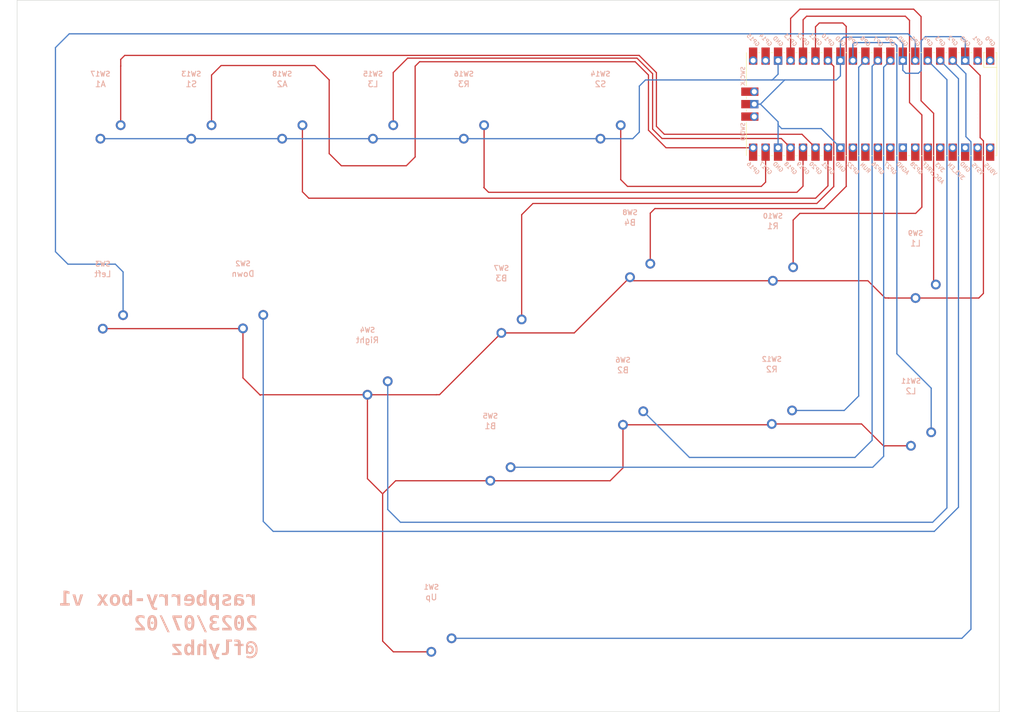
<source format=kicad_pcb>
(kicad_pcb (version 20221018) (generator pcbnew)
  (layers (0 "F.Cu" signal) (31 "B.Cu" signal) (34 "B.Paste" user) (35 "F.Paste" user) (36 "B.SilkS" user "B.Silkscreen") (37 "F.SilkS" user "F.Silkscreen") (38 "B.Mask" user) (39 "F.Mask" user) (44 "Edge.Cuts" user))
  (net 0 "")
  (net 1 "GND")
  (net 2 "Net-(U1-GPIO2)")
  (net 3 "Net-(U1-GPIO3)")
  (net 4 "Net-(U1-GPIO5)")
  (net 5 "Net-(U1-GPIO4)")
  (net 6 "Net-(U1-GPIO6)")
  (net 7 "Net-(U1-GPIO7)")
  (net 8 "Net-(U1-GPIO10)")
  (net 9 "Net-(U1-GPIO11)")
  (net 10 "Net-(U1-GPIO13)")
  (net 11 "Net-(U1-GPIO12)")
  (net 12 "Net-(U1-GPIO9)")
  (net 13 "Net-(U1-GPIO8)")
  (net 14 "Net-(U1-GPIO16)")
  (net 15 "Net-(U1-GPIO17)")
  (net 16 "Net-(U1-GPIO18)")
  (net 17 "Net-(U1-GPIO19)")
  (net 18 "Net-(U1-GPIO20)")
  (net 19 "Net-(U1-GPIO21)")
  (footprint "Keebio-Parts:Cherry-MX-Low-Profile" (layer "F.Cu") (at 68.92 86.446954)
    (fp_text reference "SW3" (at 0 -7.14375 180) (layer "B.SilkS") (effects (font (thickness 0.2)) (justify mirror)))
    (fp_text value "Left" (at 0 -5.08 180) (layer "B.SilkS") (effects (font (size 1.2 1.2) (thickness 0.2032)) (justify mirror)))
    (pad "" np_thru_hole circle (at 0 0 180) (size 6.25 6.25) (drill 6.25) (layers "*.Cu" "*.Mask"))
    (pad "" np_thru_hole circle (at 0 3.7 180) (size 2.3 2.3) (drill 2.3) (layers "*.Cu" "*.Mask"))
    (pad "1" thru_hole circle (at 0 6.05 180) (size 2 2) (drill 1.2) (layers "*.Cu" "*.Mask") (net 1 "GND"))
    (pad "2" thru_hole circle (at 4.13 3.3 41.9) (size 2 2) (drill 1.2) (layers "*.Cu" "*.Mask") (net 4 "Net-(U1-GPIO5)"))
  )
  (footprint "MountingHole:MountingHole_2.2mm_M2" (layer "F.Cu") (at 245.47 166.08)
    (fp_text reference "REF**" hide)
    (fp_text value "MountingHole_2.2mm_M2")
    (pad "" np_thru_hole circle (at 0 0) (size 2.2 2.2) (drill 2.2) (layers "*.Cu" "*.Mask"))
  )
  (footprint "Keebio-Parts:Cherry-MX-Low-Profile" (layer "F.Cu") (at 147.83 117.436954)
    (fp_text reference "SW5" (at 0 -7.14375 180) (layer "B.SilkS") (effects (font (thickness 0.2)) (justify mirror)))
    (fp_text value "B1" (at 0 -5.08 180) (layer "B.SilkS") (effects (font (size 1.2 1.2) (thickness 0.2032)) (justify mirror)))
    (pad "" np_thru_hole circle (at 0 0 180) (size 6.25 6.25) (drill 6.25) (layers "*.Cu" "*.Mask"))
    (pad "" np_thru_hole circle (at 0 3.7 180) (size 2.3 2.3) (drill 2.3) (layers "*.Cu" "*.Mask"))
    (pad "1" thru_hole circle (at 0 6.05 180) (size 2 2) (drill 1.2) (layers "*.Cu" "*.Mask") (net 1 "GND"))
    (pad "2" thru_hole circle (at 4.13 3.3 41.9) (size 2 2) (drill 1.2) (layers "*.Cu" "*.Mask") (net 6 "Net-(U1-GPIO6)"))
  )
  (footprint "MountingHole:MountingHole_2.2mm_M2" (layer "F.Cu") (at 57.47 29.08)
    (fp_text reference "REF**" hide)
    (fp_text value "MountingHole_2.2mm_M2")
    (pad "" np_thru_hole circle (at 0 0) (size 2.2 2.2) (drill 2.2) (layers "*.Cu" "*.Mask"))
  )
  (footprint "Keebio-Parts:Cherry-MX-Low-Profile" (layer "F.Cu") (at 205.36 76.686954)
    (fp_text reference "SW10" (at 0 -7.14375 180) (layer "B.SilkS") (effects (font (thickness 0.2)) (justify mirror)))
    (fp_text value "R1" (at 0 -5.08 180) (layer "B.SilkS") (effects (font (size 1.2 1.2) (thickness 0.2032)) (justify mirror)))
    (pad "" np_thru_hole circle (at 0 0 180) (size 6.25 6.25) (drill 6.25) (layers "*.Cu" "*.Mask"))
    (pad "" np_thru_hole circle (at 0 3.7 180) (size 2.3 2.3) (drill 2.3) (layers "*.Cu" "*.Mask"))
    (pad "1" thru_hole circle (at 0 6.05 180) (size 2 2) (drill 1.2) (layers "*.Cu" "*.Mask") (net 1 "GND"))
    (pad "2" thru_hole circle (at 4.13 3.3 41.9) (size 2 2) (drill 1.2) (layers "*.Cu" "*.Mask") (net 11 "Net-(U1-GPIO12)"))
  )
  (footprint "Keebio-Parts:Cherry-MX-Low-Profile" (layer "F.Cu") (at 135.81 152.296954)
    (fp_text reference "SW1" (at 0 -7.14375 180) (layer "B.SilkS") (effects (font (thickness 0.2)) (justify mirror)))
    (fp_text value "Up" (at 0 -5.08 180) (layer "B.SilkS") (effects (font (size 1.2 1.2) (thickness 0.2032)) (justify mirror)))
    (pad "" np_thru_hole circle (at 0 0 180) (size 6.25 6.25) (drill 6.25) (layers "*.Cu" "*.Mask"))
    (pad "" np_thru_hole circle (at 0 3.7 180) (size 2.3 2.3) (drill 2.3) (layers "*.Cu" "*.Mask"))
    (pad "1" thru_hole circle (at 0 6.05 180) (size 2 2) (drill 1.2) (layers "*.Cu" "*.Mask") (net 1 "GND"))
    (pad "2" thru_hole circle (at 4.13 3.3 41.9) (size 2 2) (drill 1.2) (layers "*.Cu" "*.Mask") (net 2 "Net-(U1-GPIO2)"))
  )
  (footprint "Keebio-Parts:Cherry-MX-Low-Profile" (layer "F.Cu") (at 86.93 47.74)
    (fp_text reference "SW13" (at 0 -7.14375 180) (layer "B.SilkS") (effects (font (thickness 0.2)) (justify mirror)))
    (fp_text value "S1" (at 0 -5.08 180) (layer "B.SilkS") (effects (font (size 1.2 1.2) (thickness 0.2032)) (justify mirror)))
    (pad "" np_thru_hole circle (at 0 0 180) (size 6.25 6.25) (drill 6.25) (layers "*.Cu" "*.Mask"))
    (pad "" np_thru_hole circle (at 0 3.7 180) (size 2.3 2.3) (drill 2.3) (layers "*.Cu" "*.Mask"))
    (pad "1" thru_hole circle (at 0 6.05 180) (size 2 2) (drill 1.2) (layers "*.Cu" "*.Mask") (net 1 "GND"))
    (pad "2" thru_hole circle (at 4.13 3.3 41.9) (size 2 2) (drill 1.2) (layers "*.Cu" "*.Mask") (net 14 "Net-(U1-GPIO16)"))
  )
  (footprint "Keebio-Parts:Cherry-MX-Low-Profile" (layer "F.Cu") (at 174.84 106.036954)
    (fp_text reference "SW6" (at 0 -7.14375 180) (layer "B.SilkS") (effects (font (thickness 0.2)) (justify mirror)))
    (fp_text value "B2" (at 0 -5.08 180) (layer "B.SilkS") (effects (font (size 1.2 1.2) (thickness 0.2032)) (justify mirror)))
    (pad "" np_thru_hole circle (at 0 0 180) (size 6.25 6.25) (drill 6.25) (layers "*.Cu" "*.Mask"))
    (pad "" np_thru_hole circle (at 0 3.7 180) (size 2.3 2.3) (drill 2.3) (layers "*.Cu" "*.Mask"))
    (pad "1" thru_hole circle (at 0 6.05 180) (size 2 2) (drill 1.2) (layers "*.Cu" "*.Mask") (net 1 "GND"))
    (pad "2" thru_hole circle (at 4.13 3.3 41.9) (size 2 2) (drill 1.2) (layers "*.Cu" "*.Mask") (net 7 "Net-(U1-GPIO7)"))
  )
  (footprint "MCU_RaspberryPi_and_Boards:RPi_Pico_SMD_TH" (layer "F.Cu") (at 225.47 46.75 -90)
    (fp_text reference "U1")
    (fp_text value "Pico")
    (fp_text user "GP20" (at 13.054 11.43 135) (layer "B.SilkS") (effects (font (size 0.8 0.8)) (justify mirror)))
    (fp_text user "GP3" (at -12.8 -13.97 135) (layer "B.SilkS") (effects (font (size 0.8 0.8)) (justify mirror)))
    (fp_text user "GP21" (at 13.054 8.9 135) (layer "B.SilkS") (effects (font (size 0.8 0.8)) (justify mirror)))
    (fp_text user "GP2" (at -12.9 -16.51 135) (layer "B.SilkS") (effects (font (size 0.8 0.8)) (justify mirror)))
    (fp_text user "GP5" (at -12.8 -8.89 135) (layer "B.SilkS") (effects (font (size 0.8 0.8)) (justify mirror)))
    (fp_text user "GP28" (at 13.054 -9.144 135) (layer "B.SilkS") (effects (font (size 0.8 0.8)) (justify mirror)))
    (fp_text user "GP27" (at 13.054 -3.8 135) (layer "B.SilkS") (effects (font (size 0.8 0.8)) (justify mirror)))
    (fp_text user "GP10" (at -13.054 8.89 135) (layer "B.SilkS") (effects (font (size 0.8 0.8)) (justify mirror)))
    (fp_text user "GP8" (at -12.8 1.27 135) (layer "B.SilkS") (effects (font (size 0.8 0.8)) (justify mirror)))
    (fp_text user "GP13" (at -13.054 16.51 135) (layer "B.SilkS") (effects (font (size 0.8 0.8)) (justify mirror)))
    (fp_text user "ADC_VREF" (at 14 -12.5 135) (layer "B.SilkS") (effects (font (size 0.8 0.8)) (justify mirror)))
    (fp_text user "GP17" (at 13.054 21.59 135) (layer "B.SilkS") (effects (font (size 0.8 0.8)) (justify mirror)))
    (fp_text user "GP0" (at -12.8 -24.13 135) (layer "B.SilkS") (effects (font (size 0.8 0.8)) (justify mirror)))
    (fp_text user "VSYS" (at 13.2 -21.59 135) (layer "B.SilkS") (effects (font (size 0.8 0.8)) (justify mirror)))
    (fp_text user "GP26" (at 13.054 -1.27 135) (layer "B.SilkS") (effects (font (size 0.8 0.8)) (justify mirror)))
    (fp_text user "GP15" (at -13.054 24.13 135) (layer "B.SilkS") (effects (font (size 0.8 0.8)) (justify mirror)))
    (fp_text user "GP6" (at -12.8 -3.81 135) (layer "B.SilkS") (effects (font (size 0.8 0.8)) (justify mirror)))
    (fp_text user "GND" (at 12.8 -19.05 135) (layer "B.SilkS") (effects (font (size 0.8 0.8)) (justify mirror)))
    (fp_text user "VBUS" (at 13.3 -24.2 135) (layer "B.SilkS") (effects (font (size 0.8 0.8)) (justify mirror)))
    (fp_text user "GND" (at -12.8 19.05 135) (layer "B.SilkS") (effects (font (size 0.8 0.8)) (justify mirror)))
    (fp_text user "GND" (at 12.8 19.05 135) (layer "B.SilkS") (effects (font (size 0.8 0.8)) (justify mirror)))
    (fp_text user "GND" (at -12.8 -19.05 135) (layer "B.SilkS") (effects (font (size 0.8 0.8)) (justify mirror)))
    (fp_text user "GP7" (at -12.7 -1.3 135) (layer "B.SilkS") (effects (font (size 0.8 0.8)) (justify mirror)))
    (fp_text user "GP12" (at -13.2 13.97 135) (layer "B.SilkS") (effects (font (size 0.8 0.8)) (justify mirror)))
    (fp_text user "GND" (at -12.8 -6.35 135) (layer "B.SilkS") (effects (font (size 0.8 0.8)) (justify mirror)))
    (fp_text user "GP19" (at 13.054 13.97 135) (layer "B.SilkS") (effects (font (size 0.8 0.8)) (justify mirror)))
    (fp_text user "GP22" (at 13.054 3.81 135) (layer "B.SilkS") (effects (font (size 0.8 0.8)) (justify mirror)))
    (fp_text user "GP14" (at -13.1 21.59 135) (layer "B.SilkS") (effects (font (size 0.8 0.8)) (justify mirror)))
    (fp_text user "GND" (at 12.8 6.35 135) (layer "B.SilkS") (effects (font (size 0.8 0.8)) (justify mirror)))
    (fp_text user "GP16" (at 13.054 24.13 135) (layer "B.SilkS") (effects (font (size 0.8 0.8)) (justify mirror)))
    (fp_text user "GP9" (at -12.8 3.81 135) (layer "B.SilkS") (effects (font (size 0.8 0.8)) (justify mirror)))
    (fp_text user "3V3_EN" (at 13.7 -17.2 135) (layer "B.SilkS") (effects (font (size 0.8 0.8)) (justify mirror)))
    (fp_text user "SWCLK" (at -5.7 26.2 90) (layer "B.SilkS") (effects (font (size 0.8 0.8)) (justify mirror)))
    (fp_text user "GP18" (at 13.054 16.51 135) (layer "B.SilkS") (effects (font (size 0.8 0.8)) (justify mirror)))
    (fp_text user "RUN" (at 13 1.27 135) (layer "B.SilkS") (effects (font (size 0.8 0.8)) (justify mirror)))
    (fp_text user "GP4" (at -12.8 -11.43 135) (layer "B.SilkS") (effects (font (size 0.8 0.8)) (justify mirror)))
    (fp_text user "3V3" (at 12.9 -13.9 135) (layer "B.SilkS") (effects (font (size 0.8 0.8)) (justify mirror)))
    (fp_text user "GP11" (at -13.2 11.43 135) (layer "B.SilkS") (effects (font (size 0.8 0.8)) (justify mirror)))
    (fp_text user "GND" (at -12.8 6.35 135) (layer "B.SilkS") (effects (font (size 0.8 0.8)) (justify mirror)))
    (fp_text user "AGND" (at 13.054 -6.35 135) (layer "B.SilkS") (effects (font (size 0.8 0.8)) (justify mirror)))
    (fp_text user "SWDIO" (at 5.6 26.2 90) (layer "B.SilkS") (effects (font (size 0.8 0.8)) (justify mirror)))
    (fp_text user "GP1" (at -12.9 -21.6 135) (layer "B.SilkS") (effects (font (size 0.8 0.8)) (justify mirror)))
    (pad "" np_thru_hole oval (at -2.725 -24 270) (size 1.8 1.8) (drill 1.8) (layers "*.Cu" "*.Mask"))
    (pad "" np_thru_hole oval (at -2.425 -20.97 270) (size 1.5 1.5) (drill 1.5) (layers "*.Cu" "*.Mask"))
    (pad "" np_thru_hole oval (at 2.425 -20.97 270) (size 1.5 1.5) (drill 1.5) (layers "*.Cu" "*.Mask"))
    (pad "" np_thru_hole oval (at 2.725 -24 270) (size 1.8 1.8) (drill 1.8) (layers "*.Cu" "*.Mask"))
    (pad "1" thru_hole oval (at -8.89 -24.13 270) (size 1.7 1.7) (drill 1.02) (layers "*.Cu" "*.Mask"))
    (pad "1" smd rect (at -8.89 -24.13 270) (size 3.5 1.7) (drill (offset -0.9 0)) (layers "F.Cu" "F.Mask"))
    (pad "2" thru_hole oval (at -8.89 -21.59 270) (size 1.7 1.7) (drill 1.02) (layers "*.Cu" "*.Mask"))
    (pad "2" smd rect (at -8.89 -21.59 270) (size 3.5 1.7) (drill (offset -0.9 0)) (layers "F.Cu" "F.Mask"))
    (pad "3" thru_hole rect (at -8.89 -19.05 270) (size 1.7 1.7) (drill 1.02) (layers "*.Cu" "*.Mask") (net 1 "GND"))
    (pad "3" smd rect (at -8.89 -19.05 270) (size 3.5 1.7) (drill (offset -0.9 0)) (layers "F.Cu" "F.Mask") (net 1 "GND"))
    (pad "4" thru_hole oval (at -8.89 -16.51 270) (size 1.7 1.7) (drill 1.02) (layers "*.Cu" "*.Mask") (net 2 "Net-(U1-GPIO2)"))
    (pad "4" smd rect (at -8.89 -16.51 270) (size 3.5 1.7) (drill (offset -0.9 0)) (layers "F.Cu" "F.Mask") (net 2 "Net-(U1-GPIO2)"))
    (pad "5" thru_hole oval (at -8.89 -13.97 270) (size 1.7 1.7) (drill 1.02) (layers "*.Cu" "*.Mask") (net 3 "Net-(U1-GPIO3)"))
    (pad "5" smd rect (at -8.89 -13.97 270) (size 3.5 1.7) (drill (offset -0.9 0)) (layers "F.Cu" "F.Mask") (net 3 "Net-(U1-GPIO3)"))
    (pad "6" thru_hole oval (at -8.89 -11.43 270) (size 1.7 1.7) (drill 1.02) (layers "*.Cu" "*.Mask") (net 5 "Net-(U1-GPIO4)"))
    (pad "6" smd rect (at -8.89 -11.43 270) (size 3.5 1.7) (drill (offset -0.9 0)) (layers "F.Cu" "F.Mask") (net 5 "Net-(U1-GPIO4)"))
    (pad "7" thru_hole oval (at -8.89 -8.89 270) (size 1.7 1.7) (drill 1.02) (layers "*.Cu" "*.Mask") (net 4 "Net-(U1-GPIO5)"))
    (pad "7" smd rect (at -8.89 -8.89 270) (size 3.5 1.7) (drill (offset -0.9 0)) (layers "F.Cu" "F.Mask") (net 4 "Net-(U1-GPIO5)"))
    (pad "8" thru_hole rect (at -8.89 -6.35 270) (size 1.7 1.7) (drill 1.02) (layers "*.Cu" "*.Mask") (net 1 "GND"))
    (pad "8" smd rect (at -8.89 -6.35 270) (size 3.5 1.7) (drill (offset -0.9 0)) (layers "F.Cu" "F.Mask") (net 1 "GND"))
    (pad "9" thru_hole oval (at -8.89 -3.81 270) (size 1.7 1.7) (drill 1.02) (layers "*.Cu" "*.Mask") (net 6 "Net-(U1-GPIO6)"))
    (pad "9" smd rect (at -8.89 -3.81 270) (size 3.5 1.7) (drill (offset -0.9 0)) (layers "F.Cu" "F.Mask") (net 6 "Net-(U1-GPIO6)"))
    (pad "10" thru_hole oval (at -8.89 -1.27 270) (size 1.7 1.7) (drill 1.02) (layers "*.Cu" "*.Mask") (net 7 "Net-(U1-GPIO7)"))
    (pad "10" smd rect (at -8.89 -1.27 270) (size 3.5 1.7) (drill (offset -0.9 0)) (layers "F.Cu" "F.Mask") (net 7 "Net-(U1-GPIO7)"))
    (pad "11" thru_hole oval (at -8.89 1.27 270) (size 1.7 1.7) (drill 1.02) (layers "*.Cu" "*.Mask") (net 13 "Net-(U1-GPIO8)"))
    (pad "11" smd rect (at -8.89 1.27 270) (size 3.5 1.7) (drill (offset -0.9 0)) (layers "F.Cu" "F.Mask") (net 13 "Net-(U1-GPIO8)"))
    (pad "12" thru_hole oval (at -8.89 3.81 270) (size 1.7 1.7) (drill 1.02) (layers "*.Cu" "*.Mask") (net 12 "Net-(U1-GPIO9)"))
    (pad "12" smd rect (at -8.89 3.81 270) (size 3.5 1.7) (drill (offset -0.9 0)) (layers "F.Cu" "F.Mask") (net 12 "Net-(U1-GPIO9)"))
    (pad "13" thru_hole rect (at -8.89 6.35 270) (size 1.7 1.7) (drill 1.02) (layers "*.Cu" "*.Mask") (net 1 "GND"))
    (pad "13" smd rect (at -8.89 6.35 270) (size 3.5 1.7) (drill (offset -0.9 0)) (layers "F.Cu" "F.Mask") (net 1 "GND"))
    (pad "14" thru_hole oval (at -8.89 8.89 270) (size 1.7 1.7) (drill 1.02) (layers "*.Cu" "*.Mask") (net 8 "Net-(U1-GPIO10)"))
    (pad "14" smd rect (at -8.89 8.89 270) (size 3.5 1.7) (drill (offset -0.9 0)) (layers "F.Cu" "F.Mask") (net 8 "Net-(U1-GPIO10)"))
    (pad "15" thru_hole oval (at -8.89 11.43 270) (size 1.7 1.7) (drill 1.02) (layers "*.Cu" "*.Mask") (net 9 "Net-(U1-GPIO11)"))
    (pad "15" smd rect (at -8.89 11.43 270) (size 3.5 1.7) (drill (offset -0.9 0)) (layers "F.Cu" "F.Mask") (net 9 "Net-(U1-GPIO11)"))
    (pad "16" thru_hole oval (at -8.89 13.97 270) (size 1.7 1.7) (drill 1.02) (layers "*.Cu" "*.Mask") (net 11 "Net-(U1-GPIO12)"))
    (pad "16" smd rect (at -8.89 13.97 270) (size 3.5 1.7) (drill (offset -0.9 0)) (layers "F.Cu" "F.Mask") (net 11 "Net-(U1-GPIO12)"))
    (pad "17" thru_hole oval (at -8.89 16.51 270) (size 1.7 1.7) (drill 1.02) (layers "*.Cu" "*.Mask") (net 10 "Net-(U1-GPIO13)"))
    (pad "17" smd rect (at -8.89 16.51 270) (size 3.5 1.7) (drill (offset -0.9 0)) (layers "F.Cu" "F.Mask") (net 10 "Net-(U1-GPIO13)"))
    (pad "18" thru_hole rect (at -8.89 19.05 270) (size 1.7 1.7) (drill 1.02) (layers "*.Cu" "*.Mask") (net 1 "GND"))
    (pad "18" smd rect (at -8.89 19.05 270) (size 3.5 1.7) (drill (offset -0.9 0)) (layers "F.Cu" "F.Mask") (net 1 "GND"))
    (pad "19" thru_hole oval (at -8.89 21.59 270) (size 1.7 1.7) (drill 1.02) (layers "*.Cu" "*.Mask"))
    (pad "19" smd rect (at -8.89 21.59 270) (size 3.5 1.7) (drill (offset -0.9 0)) (layers "F.Cu" "F.Mask"))
    (pad "20" thru_hole oval (at -8.89 24.13 270) (size 1.7 1.7) (drill 1.02) (layers "*.Cu" "*.Mask"))
    (pad "20" smd rect (at -8.89 24.13 270) (size 3.5 1.7) (drill (offset -0.9 0)) (layers "F.Cu" "F.Mask"))
    (pad "21" thru_hole oval (at 8.89 24.13 270) (size 1.7 1.7) (drill 1.02) (layers "*.Cu" "*.Mask") (net 14 "Net-(U1-GPIO16)"))
    (pad "21" smd rect (at 8.89 24.13 270) (size 3.5 1.7) (drill (offset 0.9 0)) (layers "F.Cu" "F.Mask") (net 14 "Net-(U1-GPIO16)"))
    (pad "22" thru_hole oval (at 8.89 21.59 270) (size 1.7 1.7) (drill 1.02) (layers "*.Cu" "*.Mask") (net 15 "Net-(U1-GPIO17)"))
    (pad "22" smd rect (at 8.89 21.59 270) (size 3.5 1.7) (drill (offset 0.9 0)) (layers "F.Cu" "F.Mask") (net 15 "Net-(U1-GPIO17)"))
    (pad "23" thru_hole rect (at 8.89 19.05 270) (size 1.7 1.7) (drill 1.02) (layers "*.Cu" "*.Mask") (net 1 "GND"))
    (pad "23" smd rect (at 8.89 19.05 270) (size 3.5 1.7) (drill (offset 0.9 0)) (layers "F.Cu" "F.Mask") (net 1 "GND"))
    (pad "24" thru_hole oval (at 8.89 16.51 270) (size 1.7 1.7) (drill 1.02) (layers "*.Cu" "*.Mask") (net 16 "Net-(U1-GPIO18)"))
    (pad "24" smd rect (at 8.89 16.51 270) (size 3.5 1.7) (drill (offset 0.9 0)) (layers "F.Cu" "F.Mask") (net 16 "Net-(U1-GPIO18)"))
    (pad "25" thru_hole oval (at 8.89 13.97 270) (size 1.7 1.7) (drill 1.02) (layers "*.Cu" "*.Mask") (net 17 "Net-(U1-GPIO19)"))
    (pad "25" smd rect (at 8.89 13.97 270) (size 3.5 1.7) (drill (offset 0.9 0)) (layers "F.Cu" "F.Mask") (net 17 "Net-(U1-GPIO19)"))
    (pad "26" thru_hole oval (at 8.89 11.43 270) (size 1.7 1.7) (drill 1.02) (layers "*.Cu" "*.Mask") (net 18 "Net-(U1-GPIO20)"))
    (pad "26" smd rect (at 8.89 11.43 270) (size 3.5 1.7) (drill (offset 0.9 0)) (layers "F.Cu" "F.Mask") (net 18 "Net-(U1-GPIO20)"))
    (pad "27" thru_hole oval (at 8.89 8.89 270) (size 1.7 1.7) (drill 1.02) (layers "*.Cu" "*.Mask") (net 19 "Net-(U1-GPIO21)"))
    (pad "27" smd rect (at 8.89 8.89 270) (size 3.5 1.7) (drill (offset 0.9 0)) (layers "F.Cu" "F.Mask") (net 19 "Net-(U1-GPIO21)"))
    (pad "28" thru_hole rect (at 8.89 6.35 270) (size 1.7 1.7) (drill 1.02) (layers "*.Cu" "*.Mask") (net 1 "GND"))
    (pad "28" smd rect (at 8.89 6.35 270) (size 3.5 1.7) (drill (offset 0.9 0)) (layers "F.Cu" "F.Mask") (net 1 "GND"))
    (pad "29" thru_hole oval (at 8.89 3.81 270) (size 1.7 1.7) (drill 1.02) (layers "*.Cu" "*.Mask"))
    (pad "29" smd rect (at 8.89 3.81 270) (size 3.5 1.7) (drill (offset 0.9 0)) (layers "F.Cu" "F.Mask"))
    (pad "30" thru_hole oval (at 8.89 1.27 270) (size 1.7 1.7) (drill 1.02) (layers "*.Cu" "*.Mask"))
    (pad "30" smd rect (at 8.89 1.27 270) (size 3.5 1.7) (drill (offset 0.9 0)) (layers "F.Cu" "F.Mask"))
    (pad "31" thru_hole oval (at 8.89 -1.27 270) (size 1.7 1.7) (drill 1.02) (layers "*.Cu" "*.Mask"))
    (pad "31" smd rect (at 8.89 -1.27 270) (size 3.5 1.7) (drill (offset 0.9 0)) (layers "F.Cu" "F.Mask"))
    (pad "32" thru_hole oval (at 8.89 -3.81 270) (size 1.7 1.7) (drill 1.02) (layers "*.Cu" "*.Mask"))
    (pad "32" smd rect (at 8.89 -3.81 270) (size 3.5 1.7) (drill (offset 0.9 0)) (layers "F.Cu" "F.Mask"))
    (pad "33" thru_hole rect (at 8.89 -6.35 270) (size 1.7 1.7) (drill 1.02) (layers "*.Cu" "*.Mask"))
    (pad "33" smd rect (at 8.89 -6.35 270) (size 3.5 1.7) (drill (offset 0.9 0)) (layers "F.Cu" "F.Mask"))
    (pad "34" thru_hole oval (at 8.89 -8.89 270) (size 1.7 1.7) (drill 1.02) (layers "*.Cu" "*.Mask"))
    (pad "34" smd rect (at 8.89 -8.89 270) (size 3.5 1.7) (drill (offset 0.9 0)) (layers "F.Cu" "F.Mask"))
    (pad "35" thru_hole oval (at 8.89 -11.43 270) (size 1.7 1.7) (drill 1.02) (layers "*.Cu" "*.Mask"))
    (pad "35" smd rect (at 8.89 -11.43 270) (size 3.5 1.7) (drill (offset 0.9 0)) (layers "F.Cu" "F.Mask"))
    (pad "36" thru_hole oval (at 8.89 -13.97 270) (size 1.7 1.7) (drill 1.02) (layers "*.Cu" "*.Mask"))
    (pad "36" smd rect (at 8.89 -13.97 270) (size 3.5 1.7) (drill (offset 0.9 0)) (layers "F.Cu" "F.Mask"))
    (pad "37" thru_hole oval (at 8.89 -16.51 270) (size 1.7 1.7) (drill 1.02) (layers "*.Cu" "*.Mask"))
    (pad "37" smd rect (at 8.89 -16.51 270) (size 3.5 1.7) (drill (offset 0.9 0)) (layers "F.Cu" "F.Mask"))
    (pad "38" thru_hole rect (at 8.89 -19.05 270) (size 1.7 1.7) (drill 1.02) (layers "*.Cu" "*.Mask"))
    (pad "38" smd rect (at 8.89 -19.05 270) (size 3.5 1.7) (drill (offset 0.9 0)) (layers "F.Cu" "F.Mask"))
    (pad "39" thru_hole oval (at 8.89 -21.59 270) (size 1.7 1.7) (drill 1.02) (layers "*.Cu" "*.Mask"))
    (pad "39" smd rect (at 8.89 -21.59 270) (size 3.5 1.7) (drill (offset 0.9 0)) (layers "F.Cu" "F.Mask"))
    (pad "40" thru_hole oval (at 8.89 -24.13 270) (size 1.7 1.7) (drill 1.02) (layers "*.Cu" "*.Mask"))
    (pad "40" smd rect (at 8.89 -24.13 270) (size 3.5 1.7) (drill (offset 0.9 0)) (layers "F.Cu" "F.Mask"))
    (pad "41" thru_hole oval (at -2.54 23.9 270) (size 1.7 1.7) (drill 1.02) (layers "*.Cu" "*.Mask"))
    (pad "41" smd rect (at -2.54 23.9) (size 3.5 1.7) (drill (offset -0.9 0)) (layers "F.Cu" "F.Mask"))
    (pad "42" thru_hole rect (at 0 23.9 270) (size 1.7 1.7) (drill 1.02) (layers "*.Cu" "*.Mask") (net 1 "GND"))
    (pad "42" smd rect (at 0 23.9) (size 3.5 1.7) (drill (offset -0.9 0)) (layers "F.Cu" "F.Mask") (net 1 "GND"))
    (pad "43" thru_hole oval (at 2.54 23.9 270) (size 1.7 1.7) (drill 1.02) (layers "*.Cu" "*.Mask"))
    (pad "43" smd rect (at 2.54 23.9) (size 3.5 1.7) (drill (offset -0.9 0)) (layers "F.Cu" "F.Mask"))
  )
  (footprint "Keebio-Parts:Cherry-MX-Low-Profile" (layer "F.Cu") (at 170.25 47.74)
    (fp_text reference "SW14" (at 0 -7.14375 180) (layer "B.SilkS") (effects (font (thickness 0.2)) (justify mirror)))
    (fp_text value "S2" (at 0 -5.08 180) (layer "B.SilkS") (effects (font (size 1.2 1.2) (thickness 0.2032)) (justify mirror)))
    (pad "" np_thru_hole circle (at 0 0 180) (size 6.25 6.25) (drill 6.25) (layers "*.Cu" "*.Mask"))
    (pad "" np_thru_hole circle (at 0 3.7 180) (size 2.3 2.3) (drill 2.3) (layers "*.Cu" "*.Mask"))
    (pad "1" thru_hole circle (at 0 6.05 180) (size 2 2) (drill 1.2) (layers "*.Cu" "*.Mask") (net 1 "GND"))
    (pad "2" thru_hole circle (at 4.13 3.3 41.9) (size 2 2) (drill 1.2) (layers "*.Cu" "*.Mask") (net 15 "Net-(U1-GPIO17)"))
  )
  (footprint "Keebio-Parts:Cherry-MX-Low-Profile" (layer "F.Cu") (at 105.44 47.74)
    (fp_text reference "SW18" (at 0 -7.14375 180) (layer "B.SilkS") (effects (font (thickness 0.2)) (justify mirror)))
    (fp_text value "A2" (at 0 -5.08 180) (layer "B.SilkS") (effects (font (size 1.2 1.2) (thickness 0.2032)) (justify mirror)))
    (pad "" np_thru_hole circle (at 0 0 180) (size 6.25 6.25) (drill 6.25) (layers "*.Cu" "*.Mask"))
    (pad "" np_thru_hole circle (at 0 3.7 180) (size 2.3 2.3) (drill 2.3) (layers "*.Cu" "*.Mask"))
    (pad "1" thru_hole circle (at 0 6.05 180) (size 2 2) (drill 1.2) (layers "*.Cu" "*.Mask") (net 1 "GND"))
    (pad "2" thru_hole circle (at 4.13 3.3 41.9) (size 2 2) (drill 1.2) (layers "*.Cu" "*.Mask") (net 19 "Net-(U1-GPIO21)"))
  )
  (footprint "Keebio-Parts:Cherry-MX-Low-Profile" (layer "F.Cu") (at 150.08 87.316954)
    (fp_text reference "SW7" (at 0 -7.14375 180) (layer "B.SilkS") (effects (font (thickness 0.2)) (justify mirror)))
    (fp_text value "B3" (at 0 -5.08 180) (layer "B.SilkS") (effects (font (size 1.2 1.2) (thickness 0.2032)) (justify mirror)))
    (pad "" np_thru_hole circle (at 0 0 180) (size 6.25 6.25) (drill 6.25) (layers "*.Cu" "*.Mask"))
    (pad "" np_thru_hole circle (at 0 3.7 180) (size 2.3 2.3) (drill 2.3) (layers "*.Cu" "*.Mask"))
    (pad "1" thru_hole circle (at 0 6.05 180) (size 2 2) (drill 1.2) (layers "*.Cu" "*.Mask") (net 1 "GND"))
    (pad "2" thru_hole circle (at 4.13 3.3 41.9) (size 2 2) (drill 1.2) (layers "*.Cu" "*.Mask") (net 8 "Net-(U1-GPIO10)"))
  )
  (footprint "Keebio-Parts:Cherry-MX-Low-Profile" (layer "F.Cu") (at 205.14 105.866954)
    (fp_text reference "SW12" (at 0 -7.14375 180) (layer "B.SilkS") (effects (font (thickness 0.2)) (justify mirror)))
    (fp_text value "R2" (at 0 -5.08 180) (layer "B.SilkS") (effects (font (size 1.2 1.2) (thickness 0.2032)) (justify mirror)))
    (pad "" np_thru_hole circle (at 0 0 180) (size 6.25 6.25) (drill 6.25) (layers "*.Cu" "*.Mask"))
    (pad "" np_thru_hole circle (at 0 3.7 180) (size 2.3 2.3) (drill 2.3) (layers "*.Cu" "*.Mask"))
    (pad "1" thru_hole circle (at 0 6.05 180) (size 2 2) (drill 1.2) (layers "*.Cu" "*.Mask") (net 1 "GND"))
    (pad "2" thru_hole circle (at 4.13 3.3 41.9) (size 2 2) (drill 1.2) (layers "*.Cu" "*.Mask") (net 13 "Net-(U1-GPIO8)"))
  )
  (footprint "MountingHole:MountingHole_2.2mm_M2" (layer "F.Cu") (at 57.47 166.08)
    (fp_text reference "REF**" hide)
    (fp_text value "MountingHole_2.2mm_M2")
    (pad "" np_thru_hole circle (at 0 0) (size 2.2 2.2) (drill 2.2) (layers "*.Cu" "*.Mask"))
  )
  (footprint "Keebio-Parts:Cherry-MX-Low-Profile" (layer "F.Cu") (at 97.46 86.396954)
    (fp_text reference "SW2" (at 0 -7.14375 180) (layer "B.SilkS") (effects (font (thickness 0.2)) (justify mirror)))
    (fp_text value "Down" (at 0 -5.08 180) (layer "B.SilkS") (effects (font (size 1.2 1.2) (thickness 0.2032)) (justify mirror)))
    (pad "" np_thru_hole circle (at 0 0 180) (size 6.25 6.25) (drill 6.25) (layers "*.Cu" "*.Mask"))
    (pad "" np_thru_hole circle (at 0 3.7 180) (size 2.3 2.3) (drill 2.3) (layers "*.Cu" "*.Mask"))
    (pad "1" thru_hole circle (at 0 6.05 180) (size 2 2) (drill 1.2) (layers "*.Cu" "*.Mask") (net 1 "GND"))
    (pad "2" thru_hole circle (at 4.13 3.3 41.9) (size 2 2) (drill 1.2) (layers "*.Cu" "*.Mask") (net 3 "Net-(U1-GPIO3)"))
  )
  (footprint "Keebio-Parts:Cherry-MX-Low-Profile" (layer "F.Cu") (at 123.93 47.74)
    (fp_text reference "SW15" (at 0 -7.14375 180) (layer "B.SilkS") (effects (font (thickness 0.2)) (justify mirror)))
    (fp_text value "L3" (at 0 -5.08 180) (layer "B.SilkS") (effects (font (size 1.2 1.2) (thickness 0.2032)) (justify mirror)))
    (pad "" np_thru_hole circle (at 0 0 180) (size 6.25 6.25) (drill 6.25) (layers "*.Cu" "*.Mask"))
    (pad "" np_thru_hole circle (at 0 3.7 180) (size 2.3 2.3) (drill 2.3) (layers "*.Cu" "*.Mask"))
    (pad "1" thru_hole circle (at 0 6.05 180) (size 2 2) (drill 1.2) (layers "*.Cu" "*.Mask") (net 1 "GND"))
    (pad "2" thru_hole circle (at 4.13 3.3 41.9) (size 2 2) (drill 1.2) (layers "*.Cu" "*.Mask") (net 16 "Net-(U1-GPIO18)"))
  )
  (footprint "Keebio-Parts:Cherry-MX-Low-Profile" (layer "F.Cu") (at 233.47 110.316954)
    (fp_text reference "SW11" (at 0 -7.14375 180) (layer "B.SilkS") (effects (font (thickness 0.2)) (justify mirror)))
    (fp_text value "L2" (at 0 -5.08 180) (layer "B.SilkS") (effects (font (size 1.2 1.2) (thickness 0.2032)) (justify mirror)))
    (pad "" np_thru_hole circle (at 0 0 180) (size 6.25 6.25) (drill 6.25) (layers "*.Cu" "*.Mask"))
    (pad "" np_thru_hole circle (at 0 3.7 180) (size 2.3 2.3) (drill 2.3) (layers "*.Cu" "*.Mask"))
    (pad "1" thru_hole circle (at 0 6.05 180) (size 2 2) (drill 1.2) (layers "*.Cu" "*.Mask") (net 1 "GND"))
    (pad "2" thru_hole circle (at 4.13 3.3 41.9) (size 2 2) (drill 1.2) (layers "*.Cu" "*.Mask") (net 12 "Net-(U1-GPIO9)"))
  )
  (footprint "Keebio-Parts:Cherry-MX-Low-Profile" (layer "F.Cu") (at 176.27 75.966954)
    (fp_text reference "SW8" (at 0 -7.14375 180) (layer "B.SilkS") (effects (font (thickness 0.2)) (justify mirror)))
    (fp_text value "B4" (at 0 -5.08 180) (layer "B.SilkS") (effects (font (size 1.2 1.2) (thickness 0.2032)) (justify mirror)))
    (pad "" np_thru_hole circle (at 0 0 180) (size 6.25 6.25) (drill 6.25) (layers "*.Cu" "*.Mask"))
    (pad "" np_thru_hole circle (at 0 3.7 180) (size 2.3 2.3) (drill 2.3) (layers "*.Cu" "*.Mask"))
    (pad "1" thru_hole circle (at 0 6.05 180) (size 2 2) (drill 1.2) (layers "*.Cu" "*.Mask") (net 1 "GND"))
    (pad "2" thru_hole circle (at 4.13 3.3 41.9) (size 2 2) (drill 1.2) (layers "*.Cu" "*.Mask") (net 9 "Net-(U1-GPIO11)"))
  )
  (footprint "Keebio-Parts:Cherry-MX-Low-Profile" (layer "F.Cu") (at 142.43 47.74)
    (fp_text reference "SW16" (at 0 -7.14375 180) (layer "B.SilkS") (effects (font (thickness 0.2)) (justify mirror)))
    (fp_text value "R3" (at 0 -5.08 180) (layer "B.SilkS") (effects (font (size 1.2 1.2) (thickness 0.2032)) (justify mirror)))
    (pad "" np_thru_hole circle (at 0 0 180) (size 6.25 6.25) (drill 6.25) (layers "*.Cu" "*.Mask"))
    (pad "" np_thru_hole circle (at 0 3.7 180) (size 2.3 2.3) (drill 2.3) (layers "*.Cu" "*.Mask"))
    (pad "1" thru_hole circle (at 0 6.05 180) (size 2 2) (drill 1.2) (layers "*.Cu" "*.Mask") (net 1 "GND"))
    (pad "2" thru_hole circle (at 4.13 3.3 41.9) (size 2 2) (drill 1.2) (layers "*.Cu" "*.Mask") (net 17 "Net-(U1-GPIO19)"))
  )
  (footprint "Keebio-Parts:Cherry-MX-Low-Profile" (layer "F.Cu") (at 122.81 99.916954)
    (fp_text reference "SW4" (at 0 -7.14375 180) (layer "B.SilkS") (effects (font (thickness 0.2)) (justify mirror)))
    (fp_text value "Right" (at 0 -5.08 180) (layer "B.SilkS") (effects (font (size 1.2 1.2) (thickness 0.2032)) (justify mirror)))
    (pad "" np_thru_hole circle (at 0 0 180) (size 6.25 6.25) (drill 6.25) (layers "*.Cu" "*.Mask"))
    (pad "" np_thru_hole circle (at 0 3.7 180) (size 2.3 2.3) (drill 2.3) (layers "*.Cu" "*.Mask"))
    (pad "1" thru_hole circle (at 0 6.05 180) (size 2 2) (drill 1.2) (layers "*.Cu" "*.Mask") (net 1 "GND"))
    (pad "2" thru_hole circle (at 4.13 3.3 41.9) (size 2 2) (drill 1.2) (layers "*.Cu" "*.Mask") (net 5 "Net-(U1-GPIO4)"))
  )
  (footprint "MountingHole:MountingHole_2.2mm_M2" (layer "F.Cu") (at 245.47 29.08)
    (fp_text reference "REF**" hide)
    (fp_text value "MountingHole_2.2mm_M2")
    (pad "" np_thru_hole circle (at 0 0) (size 2.2 2.2) (drill 2.2) (layers "*.Cu" "*.Mask"))
  )
  (footprint "Keebio-Parts:Cherry-MX-Low-Profile" (layer "F.Cu") (at 234.41 80.206954)
    (fp_text reference "SW9" (at 0 -7.14375 180) (layer "B.SilkS") (effects (font (thickness 0.2)) (justify mirror)))
    (fp_text value "L1" (at 0 -5.08 180) (layer "B.SilkS") (effects (font (size 1.2 1.2) (thickness 0.2032)) (justify mirror)))
    (pad "" np_thru_hole circle (at 0 0 180) (size 6.25 6.25) (drill 6.25) (layers "*.Cu" "*.Mask"))
    (pad "" np_thru_hole circle (at 0 3.7 180) (size 2.3 2.3) (drill 2.3) (layers "*.Cu" "*.Mask"))
    (pad "1" thru_hole circle (at 0 6.05 180) (size 2 2) (drill 1.2) (layers "*.Cu" "*.Mask") (net 1 "GND"))
    (pad "2" thru_hole circle (at 4.13 3.3 41.9) (size 2 2) (drill 1.2) (layers "*.Cu" "*.Mask") (net 10 "Net-(U1-GPIO13)"))
  )
  (footprint "Keebio-Parts:Cherry-MX-Low-Profile" (layer "F.Cu") (at 68.43 47.74)
    (fp_text reference "SW17" (at 0 -7.14375 180) (layer "B.SilkS") (effects (font (thickness 0.2)) (justify mirror)))
    (fp_text value "A1" (at 0 -5.08 180) (layer "B.SilkS") (effects (font (size 1.2 1.2) (thickness 0.2032)) (justify mirror)))
    (pad "" np_thru_hole circle (at 0 0 180) (size 6.25 6.25) (drill 6.25) (layers "*.Cu" "*.Mask"))
    (pad "" np_thru_hole circle (at 0 3.7 180) (size 2.3 2.3) (drill 2.3) (layers "*.Cu" "*.Mask"))
    (pad "1" thru_hole circle (at 0 6.05 180) (size 2 2) (drill 1.2) (layers "*.Cu" "*.Mask") (net 1 "GND"))
    (pad "2" thru_hole circle (at 4.13 3.3 41.9) (size 2 2) (drill 1.2) (layers "*.Cu" "*.Mask") (net 18 "Net-(U1-GPIO20)"))
  )
  (gr_rect (start 51.47 25.58) (end 251.47 170.58) (stroke (width 0.1)) (fill none) (layer "Edge.Cuts"))
  (gr_text "raspberry-box v1\n2023/07/02\n@flyhbz" (at 100.46 159.53) (layer "B.SilkS") (effects (font (size 3 3) (thickness 0.3) bold) (justify left bottom mirror)))
  (segment (start 135.81 158.346954) (end 128.08 158.346954) (width 0.25) (layer "F.Cu") (net 1))
  (segment (start 101.07 105.966954) (end 122.81 105.966954) (width 0.25) (layer "F.Cu") (net 1))
  (segment (start 164.92 93.366954) (end 176.27 82.016954) (width 0.25) (layer "F.Cu") (net 1))
  (segment (start 205.36 82.736954) (end 224.71 82.736954) (width 0.25) (layer "F.Cu") (net 1))
  (segment (start 228.91 86.256954) (end 234.41 86.256954) (width 0.25) (layer "F.Cu") (net 1))
  (segment (start 128.08 158.346954) (end 125.9 156.166954) (width 0.25) (layer "F.Cu") (net 1))
  (segment (start 247.29 86.256954) (end 248.235 85.311954) (width 0.25) (layer "F.Cu") (net 1))
  (segment (start 136.83 105.956954) (end 136.82 105.966954) (width 0.25) (layer "F.Cu") (net 1))
  (segment (start 228.13 116.366954) (end 233.47 116.366954) (width 0.25) (layer "F.Cu") (net 1))
  (segment (start 247.55 53.56) (end 248.235 54.245) (width 0.25) (layer "F.Cu") (net 1))
  (segment (start 234.41 86.256954) (end 247.29 86.256954) (width 0.25) (layer "F.Cu") (net 1))
  (segment (start 100.98 106.056954) (end 101.07 105.966954) (width 0.25) (layer "F.Cu") (net 1))
  (segment (start 122.81 123.076954) (end 125.9 126.166954) (width 0.25) (layer "F.Cu") (net 1))
  (segment (start 128.55 123.486954) (end 147.83 123.486954) (width 0.25) (layer "F.Cu") (net 1))
  (segment (start 205.14 111.916954) (end 223.42 111.916954) (width 0.25) (layer "F.Cu") (net 1))
  (segment (start 125.9 126.166954) (end 125.9 126.136954) (width 0.25) (layer "F.Cu") (net 1))
  (segment (start 176.99 82.736954) (end 176.27 82.016954) (width 0.25) (layer "F.Cu") (net 1))
  (segment (start 224.71 82.736954) (end 228.22 86.246954) (width 0.25) (layer "F.Cu") (net 1))
  (segment (start 137.49 105.956954) (end 136.83 105.956954) (width 0.25) (layer "F.Cu") (net 1))
  (segment (start 172.23 123.486954) (end 174.84 120.876954) (width 0.25) (layer "F.Cu") (net 1))
  (segment (start 122.81 105.966954) (end 122.81 123.076954) (width 0.25) (layer "F.Cu") (net 1))
  (segment (start 147.83 123.486954) (end 172.23 123.486954) (width 0.25) (layer "F.Cu") (net 1))
  (segment (start 97.46 102.536954) (end 100.98 106.056954) (width 0.25) (layer "F.Cu") (net 1))
  (segment (start 247.565 53.545) (end 247.55 53.56) (width 0.25) (layer "F.Cu") (net 1))
  (segment (start 228.9 86.246954) (end 228.91 86.256954) (width 0.25) (layer "F.Cu") (net 1))
  (segment (start 68.92 92.496954) (end 97.41 92.496954) (width 0.25) (layer "F.Cu") (net 1))
  (segment (start 228.22 86.246954) (end 228.9 86.246954) (width 0.25) (layer "F.Cu") (net 1))
  (segment (start 228 116.496954) (end 228.13 116.366954) (width 0.25) (layer "F.Cu") (net 1))
  (segment (start 125.9 126.136954) (end 128.55 123.486954) (width 0.25) (layer "F.Cu") (net 1))
  (segment (start 136.82 105.966954) (end 122.81 105.966954) (width 0.25) (layer "F.Cu") (net 1))
  (segment (start 97.46 92.446954) (end 97.46 102.536954) (width 0.25) (layer "F.Cu") (net 1))
  (segment (start 204.97 112.086954) (end 205.14 111.916954) (width 0.25) (layer "F.Cu") (net 1))
  (segment (start 247.565 40.905) (end 247.565 53.545) (width 0.25) (layer "F.Cu") (net 1))
  (segment (start 205.36 82.736954) (end 176.99 82.736954) (width 0.25) (layer "F.Cu") (net 1))
  (segment (start 125.9 156.166954) (end 125.9 126.166954) (width 0.25) (layer "F.Cu") (net 1))
  (segment (start 174.84 112.086954) (end 204.97 112.086954) (width 0.25) (layer "F.Cu") (net 1))
  (segment (start 150.08 93.366954) (end 137.49 105.956954) (width 0.25) (layer "F.Cu") (net 1))
  (segment (start 97.41 92.496954) (end 97.46 92.446954) (width 0.25) (layer "F.Cu") (net 1))
  (segment (start 223.42 111.916954) (end 228 116.496954) (width 0.25) (layer "F.Cu") (net 1))
  (segment (start 150.08 93.366954) (end 164.92 93.366954) (width 0.25) (layer "F.Cu") (net 1))
  (segment (start 244.52 37.86) (end 247.565 40.905) (width 0.25) (layer "F.Cu") (net 1))
  (segment (start 248.235 54.245) (end 248.235 85.311954) (width 0.25) (layer "F.Cu") (net 1))
  (segment (start 174.84 120.876954) (end 174.84 112.086954) (width 0.25) (layer "F.Cu") (net 1))
  (segment (start 218.29 41.82) (end 219.12 40.99) (width 0.25) (layer "B.Cu") (net 1))
  (segment (start 244.54 37.84) (end 244.52 37.86) (width 0.25) (layer "B.Cu") (net 1))
  (segment (start 201.57 46.75) (end 202.83 46.75) (width 0.25) (layer "B.Cu") (net 1))
  (segment (start 236.42 33) (end 243.68 33) (width 0.25) (layer "B.Cu") (net 1))
  (segment (start 219.12 37.86) (end 219.12 40.99) (width 0.25) (layer "B.Cu") (net 1))
  (segment (start 215.21 51.73) (end 207.15 51.73) (width 0.25) (layer "B.Cu") (net 1))
  (segment (start 235.55 33.87) (end 235.55 39.9) (width 0.25) (layer "B.Cu") (net 1))
  (segment (start 178.17 52.45) (end 178.17 43.07) (width 0.25) (layer "B.Cu") (net 1))
  (segment (start 206.42 50.78) (end 206.42 55.64) (width 0.25) (layer "B.Cu") (net 1))
  (segment (start 206.42 51) (end 206.42 50.78) (width 0.25) (layer "B.Cu") (net 1))
  (segment (start 178.17 43.07) (end 179.42 41.82) (width 0.25) (layer "B.Cu") (net 1))
  (segment (start 235.55 39.9) (end 234.99 40.46) (width 0.25) (layer "B.Cu") (net 1))
  (segment (start 230.53 33.11) (end 219.79 33.11) (width 0.25) (layer "B.Cu") (net 1))
  (segment (start 219.12 55.64) (end 215.21 51.73) (width 0.25) (layer "B.Cu") (net 1))
  (segment (start 231.82 37.86) (end 231.82 39.86) (width 0.25) (layer "B.Cu") (net 1))
  (segment (start 206.42 40.65) (end 206.42 37.86) (width 0.25) (layer "B.Cu") (net 1))
  (segment (start 219.79 33.11) (end 219.12 33.78) (width 0.25) (layer "B.Cu") (net 1))
  (segment (start 244.54 33.86) (end 244.54 37.84) (width 0.25) (layer "B.Cu") (net 1))
  (segment (start 202.83 46.75) (end 207.76 41.82) (width 0.25) (layer "B.Cu") (net 1))
  (segment (start 206.42 50.34) (end 206.42 50.78) (width 0.25) (layer "B.Cu") (net 1))
  (segment (start 207.76 41.82) (end 218.29 41.82) (width 0.25) (layer "B.Cu") (net 1))
  (segment (start 179.42 41.82) (end 204.98 41.82) (width 0.25) (layer "B.Cu") (net 1))
  (segment (start 231.82 34.4) (end 230.53 33.11) (width 0.25) (layer "B.Cu") (net 1))
  (segment (start 219.12 33.78) (end 219.12 37.86) (width 0.25) (layer "B.Cu") (net 1))
  (segment (start 243.68 33) (end 244.54 33.86) (width 0.25) (layer "B.Cu") (net 1))
  (segment (start 231.82 39.86) (end 232.42 40.46) (width 0.25) (layer "B.Cu") (net 1))
  (segment (start 202.83 46.75) (end 206.42 50.34) (width 0.25) (layer "B.Cu") (net 1))
  (segment (start 170.25 53.79) (end 68.43 53.79) (width 0.25) (layer "B.Cu") (net 1))
  (segment (start 235.55 33.87) (end 236.42 33) (width 0.25) (layer "B.Cu") (net 1))
  (segment (start 204.98 41.82) (end 207.76 41.82) (width 0.25) (layer "B.Cu") (net 1))
  (segment (start 204.98 41.82) (end 205.25 41.82) (width 0.25) (layer "B.Cu") (net 1))
  (segment (start 170.25 53.79) (end 176.83 53.79) (width 0.25) (layer "B.Cu") (net 1))
  (segment (start 207.15 51.73) (end 206.42 51) (width 0.25) (layer "B.Cu") (net 1))
  (segment (start 232.42 40.46) (end 234.99 40.46) (width 0.25) (layer "B.Cu") (net 1))
  (segment (start 176.83 53.79) (end 178.17 52.45) (width 0.25) (layer "B.Cu") (net 1))
  (segment (start 231.82 37.86) (end 231.82 34.4) (width 0.25) (layer "B.Cu") (net 1))
  (segment (start 205.25 41.82) (end 206.42 40.65) (width 0.25) (layer "B.Cu") (net 1))
  (segment (start 244.67 40.55) (end 244.67 53.38) (width 0.25) (layer "B.Cu") (net 2))
  (segment (start 139.94 155.596954) (end 243.85 155.596954) (width 0.25) (layer "B.Cu") (net 2))
  (segment (start 244.67 53.38) (end 245.695 54.405) (width 0.25) (layer "B.Cu") (net 2))
  (segment (start 241.98 37.86) (end 244.67 40.55) (width 0.25) (layer "B.Cu") (net 2))
  (segment (start 243.85 155.596954) (end 245.695 153.751954) (width 0.25) (layer "B.Cu") (net 2))
  (segment (start 245.695 54.405) (end 245.695 153.751954) (width 0.25) (layer "B.Cu") (net 2))
  (segment (start 103.62 133.806954) (end 101.59 131.776954) (width 0.25) (layer "B.Cu") (net 3))
  (segment (start 243.155 41.575) (end 243.155 128.881954) (width 0.25) (layer "B.Cu") (net 3))
  (segment (start 101.59 131.776954) (end 101.59 89.696954) (width 0.25) (layer "B.Cu") (net 3))
  (segment (start 243.155 128.881954) (end 238.23 133.806954) (width 0.25) (layer "B.Cu") (net 3))
  (segment (start 239.44 37.86) (end 243.155 41.575) (width 0.25) (layer "B.Cu") (net 3))
  (segment (start 238.23 133.806954) (end 103.62 133.806954) (width 0.25) (layer "B.Cu") (net 3))
  (segment (start 232.89 32.42) (end 62.09 32.42) (width 0.25) (layer "B.Cu") (net 4))
  (segment (start 59.28 35.23) (end 59.28 76.816954) (width 0.25) (layer "B.Cu") (net 4))
  (segment (start 62.09 32.42) (end 59.28 35.23) (width 0.25) (layer "B.Cu") (net 4))
  (segment (start 234.36 33.89) (end 234.36 37.86) (width 0.25) (layer "B.Cu") (net 4))
  (segment (start 61.82 79.356954) (end 59.28 76.816954) (width 0.25) (layer "B.Cu") (net 4))
  (segment (start 234.36 33.89) (end 232.89 32.42) (width 0.25) (layer "B.Cu") (net 4))
  (segment (start 73.05 80.936954) (end 71.47 79.356954) (width 0.25) (layer "B.Cu") (net 4))
  (segment (start 71.47 79.356954) (end 61.82 79.356954) (width 0.25) (layer "B.Cu") (net 4))
  (segment (start 73.05 89.746954) (end 73.05 80.936954) (width 0.25) (layer "B.Cu") (net 4))
  (segment (start 237.89 131.946954) (end 240.805 129.031954) (width 0.25) (layer "B.Cu") (net 5))
  (segment (start 240.805 129.031954) (end 240.805 41.765) (width 0.25) (layer "B.Cu") (net 5))
  (segment (start 240.805 41.765) (end 236.9 37.86) (width 0.25) (layer "B.Cu") (net 5))
  (segment (start 126.94 129.356954) (end 129.53 131.946954) (width 0.25) (layer "B.Cu") (net 5))
  (segment (start 129.53 131.946954) (end 237.89 131.946954) (width 0.25) (layer "B.Cu") (net 5))
  (segment (start 126.94 103.216954) (end 126.94 129.356954) (width 0.25) (layer "B.Cu") (net 5))
  (segment (start 151.96 120.736954) (end 225.69 120.736954) (width 0.25) (layer "B.Cu") (net 6))
  (segment (start 227.915 39.225) (end 227.915 118.511954) (width 0.25) (layer "B.Cu") (net 6))
  (segment (start 225.69 120.736954) (end 227.915 118.511954) (width 0.25) (layer "B.Cu") (net 6))
  (segment (start 229.28 37.86) (end 227.915 39.225) (width 0.25) (layer "B.Cu") (net 6))
  (segment (start 222.08 118.736954) (end 225.565 115.251954) (width 0.25) (layer "B.Cu") (net 7))
  (segment (start 178.97 109.336954) (end 188.37 118.736954) (width 0.25) (layer "B.Cu") (net 7))
  (segment (start 225.565 115.251954) (end 225.565 39.035) (width 0.25) (layer "B.Cu") (net 7))
  (segment (start 225.565 39.035) (end 226.74 37.86) (width 0.25) (layer "B.Cu") (net 7))
  (segment (start 188.37 118.736954) (end 222.08 118.736954) (width 0.25) (layer "B.Cu") (net 7))
  (segment (start 154.21 69.286954) (end 154.21 90.616954) (width 0.25) (layer "F.Cu") (net 8))
  (segment (start 214.31 66.986954) (end 156.51 66.986954) (width 0.25) (layer "F.Cu") (net 8))
  (segment (start 217.755 63.541954) (end 217.755 39.035) (width 0.25) (layer "F.Cu") (net 8))
  (segment (start 156.51 66.986954) (end 154.21 69.286954) (width 0.25) (layer "F.Cu") (net 8))
  (segment (start 217.755 63.541954) (end 214.31 66.986954) (width 0.25) (layer "F.Cu") (net 8))
  (segment (start 216.58 37.86) (end 217.755 39.035) (width 0.25) (layer "F.Cu") (net 8))
  (segment (start 214.04 37.86) (end 214.04 30.99) (width 0.25) (layer "F.Cu") (net 9))
  (segment (start 219.59 30.21) (end 220.295 30.915) (width 0.25) (layer "F.Cu") (net 9))
  (segment (start 215.773046 68.026954) (end 181.34 68.026954) (width 0.25) (layer "F.Cu") (net 9))
  (segment (start 220.295 30.915) (end 220.295 63.495) (width 0.25) (layer "F.Cu") (net 9))
  (segment (start 180.4 68.966954) (end 180.4 79.266954) (width 0.25) (layer "F.Cu") (net 9))
  (segment (start 214.82 30.21) (end 219.59 30.21) (width 0.25) (layer "F.Cu") (net 9))
  (segment (start 181.34 68.026954) (end 180.4 68.966954) (width 0.25) (layer "F.Cu") (net 9))
  (segment (start 220.3 63.5) (end 215.773046 68.026954) (width 0.25) (layer "F.Cu") (net 9))
  (segment (start 214.04 30.99) (end 214.82 30.21) (width 0.25) (layer "F.Cu") (net 9))
  (segment (start 220.295 63.495) (end 220.3 63.5) (width 0.25) (layer "F.Cu") (net 9))
  (segment (start 208.96 37.86) (end 208.96 36.25) (width 0.25) (layer "F.Cu") (net 10))
  (segment (start 208.97 29.28) (end 210.85 27.4) (width 0.25) (layer "F.Cu") (net 10))
  (segment (start 234.03 27.4) (end 235.535 28.905) (width 0.25) (layer "F.Cu") (net 10))
  (segment (start 235.535 46.065) (end 238.09 48.62) (width 0.25) (layer "F.Cu") (net 10))
  (segment (start 208.97 36.24) (end 208.97 29.28) (width 0.25) (layer "F.Cu") (net 10))
  (segment (start 208.96 36.25) (end 208.97 36.24) (width 0.25) (layer "F.Cu") (net 10))
  (segment (start 235.535 28.905) (end 235.535 46.065) (width 0.25) (layer "F.Cu") (net 10))
  (segment (start 210.85 27.4) (end 234.03 27.4) (width 0.25) (layer "F.Cu") (net 10))
  (segment (start 238.09 48.62) (end 238.09 83.056954) (width 0.25) (layer "F.Cu") (net 10))
  (segment (start 238.09 83.056954) (end 238.54 83.506954) (width 0.25) (layer "F.Cu") (net 10))
  (segment (start 234.44 69.006954) (end 210.86 69.006954) (width 0.25) (layer "F.Cu") (net 11))
  (segment (start 211.5 36.25) (end 211.52 36.23) (width 0.25) (layer "F.Cu") (net 11))
  (segment (start 233.19 29.69) (end 233.185 29.695) (width 0.25) (layer "F.Cu") (net 11))
  (segment (start 209.49 70.376954) (end 209.49 79.986954) (width 0.25) (layer "F.Cu") (net 11))
  (segment (start 235.7 48.95) (end 235.7 67.746954) (width 0.25) (layer "F.Cu") (net 11))
  (segment (start 233.185 46.435) (end 235.7 48.95) (width 0.25) (layer "F.Cu") (net 11))
  (segment (start 211.52 36.23) (end 211.52 29.55) (width 0.25) (layer "F.Cu") (net 11))
  (segment (start 233.185 29.695) (end 233.185 46.435) (width 0.25) (layer "F.Cu") (net 11))
  (segment (start 210.86 69.006954) (end 209.49 70.376954) (width 0.25) (layer "F.Cu") (net 11))
  (segment (start 211.52 29.55) (end 212.23 28.84) (width 0.25) (layer "F.Cu") (net 11))
  (segment (start 235.7 67.746954) (end 234.44 69.006954) (width 0.25) (layer "F.Cu") (net 11))
  (segment (start 232.34 28.84) (end 233.19 29.69) (width 0.25) (layer "F.Cu") (net 11))
  (segment (start 212.23 28.84) (end 232.34 28.84) (width 0.25) (layer "F.Cu") (net 11))
  (segment (start 211.5 37.86) (end 211.5 36.25) (width 0.25) (layer "F.Cu") (net 11))
  (segment (start 221.66 37.86) (end 221.66 34.58) (width 0.25) (layer "B.Cu") (net 12))
  (segment (start 237.6 104.616954) (end 237.6 113.616954) (width 0.25) (layer "B.Cu") (net 12))
  (segment (start 221.66 34.58) (end 222.03 34.21) (width 0.25) (layer "B.Cu") (net 12))
  (segment (start 230.02 34.21) (end 230.61 34.8) (width 0.25) (layer "B.Cu") (net 12))
  (segment (start 230.61 97.626954) (end 237.6 104.616954) (width 0.25) (layer "B.Cu") (net 12))
  (segment (start 230.61 34.8) (end 230.61 97.626954) (width 0.25) (layer "B.Cu") (net 12))
  (segment (start 222.03 34.21) (end 230.02 34.21) (width 0.25) (layer "B.Cu") (net 12))
  (segment (start 219.89 109.166954) (end 222.835 106.221954) (width 0.25) (layer "B.Cu") (net 13))
  (segment (start 222.835 39.225) (end 224.2 37.86) (width 0.25) (layer "B.Cu") (net 13))
  (segment (start 209.27 109.166954) (end 219.89 109.166954) (width 0.25) (layer "B.Cu") (net 13))
  (segment (start 222.835 39.225) (end 222.835 106.221954) (width 0.25) (layer "B.Cu") (net 13))
  (segment (start 183.61 55.64) (end 201.34 55.64) (width 0.25) (layer "F.Cu") (net 14))
  (segment (start 180.03 52.06) (end 183.61 55.64) (width 0.25) (layer "F.Cu") (net 14))
  (segment (start 132.52 57.51) (end 132.52 39.02) (width 0.25) (layer "F.Cu") (net 14))
  (segment (start 91.06 51.04) (end 91.06 40.83) (width 0.25) (layer "F.Cu") (net 14))
  (segment (start 130.72 59.31) (end 132.52 57.51) (width 0.25) (layer "F.Cu") (net 14))
  (segment (start 133.43 38.11) (end 177.32 38.11) (width 0.25) (layer "F.Cu") (net 14))
  (segment (start 177.32 38.11) (end 180.03 40.82) (width 0.25) (layer "F.Cu") (net 14))
  (segment (start 112.09 38.88) (end 115.02 41.81) (width 0.25) (layer "F.Cu") (net 14))
  (segment (start 93.01 38.88) (end 112.09 38.88) (width 0.25) (layer "F.Cu") (net 14))
  (segment (start 115.02 56.83) (end 117.5 59.31) (width 0.25) (layer "F.Cu") (net 14))
  (segment (start 132.52 39.02) (end 133.43 38.11) (width 0.25) (layer "F.Cu") (net 14))
  (segment (start 180.03 40.82) (end 180.03 52.06) (width 0.25) (layer "F.Cu") (net 14))
  (segment (start 115.02 41.81) (end 115.02 56.83) (width 0.25) (layer "F.Cu") (net 14))
  (segment (start 117.5 59.31) (end 130.72 59.31) (width 0.25) (layer "F.Cu") (net 14))
  (segment (start 91.06 40.83) (end 93.01 38.88) (width 0.25) (layer "F.Cu") (net 14))
  (segment (start 174.38 62.126954) (end 175.76 63.506954) (width 0.25) (layer "F.Cu") (net 15))
  (segment (start 175.76 63.506954) (end 203.01 63.506954) (width 0.25) (layer "F.Cu") (net 15))
  (segment (start 203.88 55.64) (end 203.88 62.636954) (width 0.25) (layer "F.Cu") (net 15))
  (segment (start 203.01 63.506954) (end 203.88 62.636954) (width 0.25) (layer "F.Cu") (net 15))
  (segment (start 174.38 51.04) (end 174.38 62.126954) (width 0.25) (layer "F.Cu") (net 15))
  (segment (start 128.06 40.31) (end 128.06 51.04) (width 0.25) (layer "F.Cu") (net 16))
  (segment (start 207.07 53.75) (end 182.79 53.75) (width 0.25) (layer "F.Cu") (net 16))
  (segment (start 180.87 40.55) (end 177.7 37.38) (width 0.25) (layer "F.Cu") (net 16))
  (segment (start 130.99 37.38) (end 128.06 40.31) (width 0.25) (layer "F.Cu") (net 16))
  (segment (start 177.7 37.38) (end 130.99 37.38) (width 0.25) (layer "F.Cu") (net 16))
  (segment (start 208.96 55.64) (end 207.07 53.75) (width 0.25) (layer "F.Cu") (net 16))
  (segment (start 180.87 51.83) (end 180.87 40.55) (width 0.25) (layer "F.Cu") (net 16))
  (segment (start 182.79 53.75) (end 180.87 51.83) (width 0.25) (layer "F.Cu") (net 16))
  (segment (start 146.5 63.736954) (end 146.56 63.676954) (width 0.25) (layer "F.Cu") (net 17))
  (segment (start 147.48 64.716954) (end 146.5 63.736954) (width 0.25) (layer "F.Cu") (net 17))
  (segment (start 211.5 55.64) (end 211.5 63.466954) (width 0.25) (layer "F.Cu") (net 17))
  (segment (start 211.5 63.466954) (end 210.25 64.716954) (width 0.25) (layer "F.Cu") (net 17))
  (segment (start 210.25 64.716954) (end 147.48 64.716954) (width 0.25) (layer "F.Cu") (net 17))
  (segment (start 146.56 63.676954) (end 146.56 51.04) (width 0.25) (layer "F.Cu") (net 17))
  (segment (start 72.57 37.64) (end 72.57 38.99) (width 0.25) (layer "F.Cu") (net 18))
  (segment (start 181.65 51.28) (end 183.26 52.89) (width 0.25) (layer "F.Cu") (net 18))
  (segment (start 214.04 55.64) (end 211.29 52.89) (width 0.25) (layer "F.Cu") (net 18))
  (segment (start 73.39 36.82) (end 72.57 37.64) (width 0.25) (layer "F.Cu") (net 18))
  (segment (start 181.65 40.34) (end 181.65 51.28) (width 0.25) (layer "F.Cu") (net 18))
  (segment (start 181.65 40.34) (end 178.13 36.82) (width 0.25) (layer "F.Cu") (net 18))
  (segment (start 72.57 38.99) (end 72.56 39) (width 0.25) (layer "F.Cu") (net 18))
  (segment (start 178.13 36.82) (end 73.39 36.82) (width 0.25) (layer "F.Cu") (net 18))
  (segment (start 211.29 52.89) (end 183.26 52.89) (width 0.25) (layer "F.Cu") (net 18))
  (segment (start 72.56 39) (end 72.56 51.04) (width 0.25) (layer "F.Cu") (net 18))
  (segment (start 214.06 65.916954) (end 110.87 65.916954) (width 0.25) (layer "F.Cu") (net 19))
  (segment (start 216.58 63.396954) (end 214.06 65.916954) (width 0.25) (layer "F.Cu") (net 19))
  (segment (start 109.57 51.04) (end 109.57 64.616954) (width 0.25) (layer "F.Cu") (net 19))
  (segment (start 110.87 65.916954) (end 109.57 64.616954) (width 0.25) (layer "F.Cu") (net 19))
  (segment (start 216.58 55.64) (end 216.58 63.396954) (width 0.25) (layer "F.Cu") (net 19))
)
</source>
